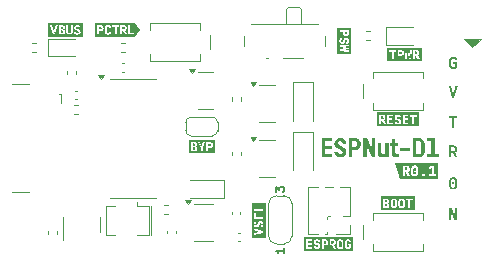
<source format=gbr>
%TF.GenerationSoftware,KiCad,Pcbnew,9.0.1*%
%TF.CreationDate,2025-04-09T10:04:16+05:30*%
%TF.ProjectId,ESPNut-D1,4553504e-7574-42d4-9431-2e6b69636164,0.1*%
%TF.SameCoordinates,Original*%
%TF.FileFunction,Legend,Top*%
%TF.FilePolarity,Positive*%
%FSLAX46Y46*%
G04 Gerber Fmt 4.6, Leading zero omitted, Abs format (unit mm)*
G04 Created by KiCad (PCBNEW 9.0.1) date 2025-04-09 10:04:16*
%MOMM*%
%LPD*%
G01*
G04 APERTURE LIST*
%ADD10C,0.100000*%
%ADD11C,0.300000*%
%ADD12C,0.160000*%
%ADD13C,0.150000*%
%ADD14C,0.120000*%
%ADD15C,0.000000*%
G04 APERTURE END LIST*
D10*
X42255000Y17700000D02*
X41555000Y18400000D01*
X42955000Y18400000D01*
X42255000Y17700000D01*
G36*
X42255000Y17700000D02*
G01*
X41555000Y18400000D01*
X42955000Y18400000D01*
X42255000Y17700000D01*
G37*
D11*
G36*
X29808898Y9752831D02*
G01*
X30368898Y9752831D01*
X30368898Y10043968D01*
X29520007Y10043968D01*
X29520007Y8383508D01*
X30368898Y8383508D01*
X30368898Y8674645D01*
X29808898Y8674645D01*
X29808898Y9069928D01*
X30368898Y9069928D01*
X30368898Y9358916D01*
X29808898Y9358916D01*
X29808898Y9752831D01*
G37*
G36*
X31064208Y8674645D02*
G01*
X31104477Y8677698D01*
X31141258Y8686562D01*
X31173679Y8700631D01*
X31201569Y8719535D01*
X31223775Y8742096D01*
X31240687Y8768415D01*
X31251527Y8797056D01*
X31256493Y8828490D01*
X31256769Y8838190D01*
X31244939Y8890874D01*
X31209476Y8938738D01*
X31142762Y8988196D01*
X30991973Y9063237D01*
X30826706Y9145057D01*
X30776625Y9176797D01*
X30728683Y9215199D01*
X30687453Y9256624D01*
X30650527Y9303541D01*
X30621713Y9350826D01*
X30598318Y9402468D01*
X30582369Y9453661D01*
X30572428Y9508395D01*
X30569177Y9563885D01*
X30581233Y9672348D01*
X30616552Y9772731D01*
X30673826Y9862438D01*
X30751177Y9938018D01*
X30845582Y9995563D01*
X30897808Y10016390D01*
X30952811Y10031494D01*
X31064208Y10043285D01*
X31173640Y10031217D01*
X31277367Y9995512D01*
X31371524Y9937354D01*
X31451385Y9859107D01*
X31484390Y9813695D01*
X31512220Y9764645D01*
X31534195Y9713127D01*
X31550363Y9658851D01*
X31560169Y9603624D01*
X31563726Y9546500D01*
X31563734Y9543759D01*
X31274746Y9543759D01*
X31258533Y9616315D01*
X31219915Y9679795D01*
X31193468Y9705564D01*
X31163026Y9726333D01*
X31130206Y9741045D01*
X31094632Y9749783D01*
X31064208Y9752049D01*
X31019651Y9748923D01*
X30979937Y9739544D01*
X30948698Y9725691D01*
X30922312Y9706732D01*
X30902621Y9684683D01*
X30887771Y9658277D01*
X30873988Y9593706D01*
X30873796Y9584108D01*
X30885611Y9534254D01*
X30921863Y9486680D01*
X30991505Y9435161D01*
X31140383Y9358415D01*
X31254522Y9301861D01*
X31326451Y9258065D01*
X31395637Y9205393D01*
X31441681Y9161175D01*
X31482583Y9111419D01*
X31511789Y9065144D01*
X31535365Y9014491D01*
X31550973Y8965130D01*
X31560646Y8911909D01*
X31563734Y8858316D01*
X31551666Y8751510D01*
X31516248Y8652316D01*
X31458687Y8563404D01*
X31380783Y8488314D01*
X31335004Y8457161D01*
X31285506Y8431045D01*
X31232716Y8410300D01*
X31177038Y8395247D01*
X31064208Y8383508D01*
X30956323Y8395570D01*
X30853521Y8431348D01*
X30759812Y8489752D01*
X30680175Y8568392D01*
X30647291Y8613990D01*
X30619604Y8663210D01*
X30597837Y8714783D01*
X30581912Y8769067D01*
X30572422Y8823969D01*
X30569177Y8880689D01*
X30858067Y8880689D01*
X30872779Y8810055D01*
X30910161Y8747302D01*
X30936223Y8721497D01*
X30966306Y8700639D01*
X30998835Y8685790D01*
X31034064Y8676949D01*
X31064208Y8674645D01*
G37*
G36*
X32298107Y10043958D02*
G01*
X32355197Y10040340D01*
X32410387Y10030476D01*
X32464601Y10014260D01*
X32516057Y9992241D01*
X32565031Y9964376D01*
X32610372Y9931334D01*
X32688494Y9851386D01*
X32746578Y9757071D01*
X32782260Y9653057D01*
X32794327Y9543173D01*
X32794327Y9480061D01*
X32794325Y9478779D01*
X32790922Y9422171D01*
X32781249Y9367373D01*
X32765175Y9313389D01*
X32743261Y9262092D01*
X32715443Y9213173D01*
X32682414Y9167842D01*
X32602418Y9089655D01*
X32508096Y9031511D01*
X32404257Y8995819D01*
X32294801Y8983759D01*
X32088660Y8983759D01*
X32088660Y8383508D01*
X31797523Y8383508D01*
X31797523Y9272650D01*
X32088660Y9272650D01*
X32294801Y9272650D01*
X32331725Y9276657D01*
X32367726Y9287226D01*
X32400869Y9303655D01*
X32430711Y9325451D01*
X32456313Y9351813D01*
X32491276Y9413104D01*
X32503092Y9480061D01*
X32503092Y9543173D01*
X32498843Y9582639D01*
X32488357Y9618751D01*
X32472195Y9651786D01*
X32425054Y9706387D01*
X32363894Y9740973D01*
X32294801Y9752831D01*
X32088660Y9752831D01*
X32088660Y9272650D01*
X31797523Y9272650D01*
X31797523Y10043968D01*
X32294801Y10043968D01*
X32298107Y10043958D01*
G37*
G36*
X34000398Y10040451D02*
G01*
X33711410Y10040451D01*
X33711410Y9060940D01*
X33296979Y10040451D01*
X33005841Y10040451D01*
X33005841Y8383508D01*
X33294732Y8383508D01*
X33294732Y9362824D01*
X33709163Y8383508D01*
X34000398Y8383508D01*
X34000398Y10040451D01*
G37*
G36*
X35148632Y9637841D02*
G01*
X34859644Y9637841D01*
X34859644Y8809077D01*
X34848057Y8755635D01*
X34813820Y8708107D01*
X34759941Y8674239D01*
X34702938Y8663410D01*
X34642102Y8675115D01*
X34590741Y8708804D01*
X34571397Y8732403D01*
X34557455Y8759508D01*
X34548284Y8809077D01*
X34548284Y9637841D01*
X34257146Y9637841D01*
X34257146Y8809077D01*
X34259222Y8752850D01*
X34267189Y8699824D01*
X34299808Y8602745D01*
X34352790Y8519849D01*
X34423535Y8453908D01*
X34508439Y8408174D01*
X34554673Y8393858D01*
X34602701Y8385595D01*
X34642366Y8383508D01*
X34686040Y8386609D01*
X34728392Y8395809D01*
X34807890Y8432130D01*
X34859644Y8473096D01*
X34859644Y8383508D01*
X35148632Y8383508D01*
X35148632Y9637841D01*
G37*
G36*
X36009540Y8674645D02*
G01*
X35863971Y8674645D01*
X35808381Y8686350D01*
X35758860Y8720968D01*
X35739913Y8745416D01*
X35726373Y8773508D01*
X35718305Y8820312D01*
X35718305Y9378162D01*
X35966944Y9378162D01*
X35966944Y9640284D01*
X35718305Y9640284D01*
X35718305Y9962782D01*
X35427167Y9962782D01*
X35427167Y9640284D01*
X35303971Y9640284D01*
X35303971Y9378162D01*
X35427167Y9378162D01*
X35427167Y8757590D01*
X35430255Y8700679D01*
X35439365Y8648129D01*
X35453706Y8601492D01*
X35473267Y8559121D01*
X35497346Y8521757D01*
X35526056Y8488671D01*
X35596798Y8435538D01*
X35686139Y8399976D01*
X35795337Y8384049D01*
X35821375Y8383508D01*
X36009540Y8383508D01*
X36009540Y8674645D01*
G37*
G36*
X36154815Y9197618D02*
G01*
X36154815Y8908728D01*
X36956713Y8908728D01*
X36956713Y9197618D01*
X36154815Y9197618D01*
G37*
G36*
X37711668Y10043961D02*
G01*
X37768790Y10040399D01*
X37824013Y10030588D01*
X37878284Y10014416D01*
X37929798Y9992438D01*
X37978842Y9964606D01*
X38024248Y9931598D01*
X38102486Y9851730D01*
X38160639Y9757561D01*
X38196342Y9653812D01*
X38208409Y9544345D01*
X38208409Y8880884D01*
X38208406Y8879119D01*
X38204952Y8822334D01*
X38195234Y8767389D01*
X38179130Y8713307D01*
X38157198Y8661937D01*
X38129378Y8612975D01*
X38096359Y8567619D01*
X38016411Y8489414D01*
X37922145Y8431267D01*
X37818339Y8395570D01*
X37708884Y8383508D01*
X37213852Y8383508D01*
X37213852Y8674645D01*
X37504990Y8674645D01*
X37708884Y8674645D01*
X37747804Y8678943D01*
X37784072Y8689652D01*
X37817511Y8706156D01*
X37872861Y8753789D01*
X37907622Y8814191D01*
X37919421Y8880884D01*
X37919421Y9544345D01*
X37915197Y9583052D01*
X37904629Y9618880D01*
X37888321Y9651682D01*
X37866684Y9681114D01*
X37840460Y9706295D01*
X37778411Y9740976D01*
X37708884Y9752831D01*
X37504990Y9752831D01*
X37504990Y8674645D01*
X37213852Y8674645D01*
X37213852Y10043968D01*
X37708884Y10043968D01*
X37711668Y10043961D01*
G37*
G36*
X38419826Y8383508D02*
G01*
X39414383Y8383508D01*
X39414383Y8674645D01*
X39062673Y8674645D01*
X39062673Y10043968D01*
X38419826Y10043968D01*
X38419826Y9752831D01*
X38771535Y9752831D01*
X38771535Y8674645D01*
X38419826Y8674645D01*
X38419826Y8383508D01*
G37*
D12*
G36*
X40301421Y3085000D02*
G01*
X40301421Y4106974D01*
X40514462Y4106974D01*
X40798822Y3281128D01*
X40790457Y3386885D01*
X40782824Y3511082D01*
X40779893Y3623129D01*
X40779893Y4106974D01*
X40938590Y4106974D01*
X40938590Y3085000D01*
X40725549Y3085000D01*
X40443387Y3910847D01*
X40450593Y3813455D01*
X40457187Y3695852D01*
X40460118Y3585271D01*
X40460118Y3085000D01*
X40301421Y3085000D01*
G37*
G36*
X40532414Y10885000D02*
G01*
X40532414Y11745285D01*
X40264724Y11745285D01*
X40264724Y11907584D01*
X40975287Y11907584D01*
X40975287Y11745285D01*
X40707536Y11745285D01*
X40707536Y10885000D01*
X40532414Y10885000D01*
G37*
G36*
X40626020Y15871018D02*
G01*
X40561170Y15875403D01*
X40504325Y15887937D01*
X40454256Y15908020D01*
X40408731Y15936458D01*
X40371115Y15971363D01*
X40340622Y16013228D01*
X40318596Y16060175D01*
X40304994Y16113090D01*
X40300261Y16173207D01*
X40300261Y16618828D01*
X40305030Y16679843D01*
X40318665Y16732920D01*
X40340622Y16779418D01*
X40371073Y16820863D01*
X40408683Y16855555D01*
X40454256Y16883954D01*
X40504328Y16904071D01*
X40561174Y16916626D01*
X40626020Y16921018D01*
X40690850Y16916580D01*
X40747433Y16903914D01*
X40797051Y16883648D01*
X40842195Y16855143D01*
X40879466Y16820430D01*
X40909647Y16779051D01*
X40931466Y16732687D01*
X40945021Y16679732D01*
X40949764Y16618828D01*
X40774642Y16618828D01*
X40769810Y16665293D01*
X40756509Y16701268D01*
X40735502Y16729165D01*
X40707211Y16749755D01*
X40671273Y16762751D01*
X40625471Y16767450D01*
X40579609Y16762774D01*
X40543470Y16749823D01*
X40514890Y16729287D01*
X40493661Y16701441D01*
X40480250Y16665602D01*
X40475383Y16619378D01*
X40475383Y16173207D01*
X40480216Y16127339D01*
X40493603Y16091347D01*
X40514890Y16062992D01*
X40543537Y16041961D01*
X40579677Y16028740D01*
X40625471Y16023975D01*
X40671209Y16028756D01*
X40707149Y16042002D01*
X40735502Y16063054D01*
X40756575Y16091456D01*
X40769847Y16127529D01*
X40774642Y16173512D01*
X40774642Y16277071D01*
X40600191Y16277071D01*
X40600191Y16428746D01*
X40949764Y16428746D01*
X40949764Y16173207D01*
X40945059Y16113243D01*
X40931537Y16060469D01*
X40909647Y16013655D01*
X40879426Y15971852D01*
X40842149Y15936906D01*
X40797051Y15908326D01*
X40747436Y15888094D01*
X40690853Y15875449D01*
X40626020Y15871018D01*
G37*
G36*
X40697370Y9402521D02*
G01*
X40755868Y9389810D01*
X40807248Y9369482D01*
X40854090Y9340712D01*
X40892680Y9305606D01*
X40923874Y9263725D01*
X40946548Y9216625D01*
X40960532Y9163538D01*
X40965396Y9103197D01*
X40959548Y9037284D01*
X40942581Y8978451D01*
X40914715Y8925327D01*
X40876855Y8879082D01*
X40831442Y8843108D01*
X40777451Y8816639D01*
X40979378Y8385000D01*
X40784289Y8385000D01*
X40606297Y8791176D01*
X40481001Y8791176D01*
X40481001Y8385000D01*
X40306673Y8385000D01*
X40306673Y8944683D01*
X40481001Y8944683D01*
X40630478Y8944683D01*
X40677815Y8949658D01*
X40715688Y8963545D01*
X40746188Y8985777D01*
X40769221Y9015600D01*
X40783445Y9052175D01*
X40788503Y9097457D01*
X40783406Y9144192D01*
X40769142Y9181619D01*
X40746188Y9211824D01*
X40715646Y9234376D01*
X40677773Y9248436D01*
X40630478Y9253467D01*
X40481001Y9253467D01*
X40481001Y8944683D01*
X40306673Y8944683D01*
X40306673Y9406974D01*
X40630478Y9406974D01*
X40697370Y9402521D01*
G37*
G36*
X40658420Y6285797D02*
G01*
X40687020Y6267092D01*
X40705645Y6238494D01*
X40712177Y6200597D01*
X40705589Y6161161D01*
X40686898Y6131476D01*
X40658190Y6112006D01*
X40620280Y6105220D01*
X40582350Y6111963D01*
X40553358Y6131354D01*
X40534492Y6160991D01*
X40527834Y6200597D01*
X40534436Y6238663D01*
X40553236Y6267214D01*
X40582078Y6285835D01*
X40620280Y6292371D01*
X40658420Y6285797D01*
G37*
G36*
X40685835Y6716497D02*
G01*
X40742866Y6703644D01*
X40792411Y6683160D01*
X40837308Y6654300D01*
X40874429Y6619016D01*
X40904518Y6576792D01*
X40926261Y6529634D01*
X40939708Y6476413D01*
X40944391Y6415897D01*
X40944391Y5976077D01*
X40939717Y5915847D01*
X40926279Y5862718D01*
X40904518Y5815487D01*
X40874414Y5773237D01*
X40837197Y5737889D01*
X40792105Y5708936D01*
X40742372Y5688375D01*
X40685575Y5675523D01*
X40620403Y5671018D01*
X40555229Y5675516D01*
X40498280Y5688362D01*
X40448272Y5708936D01*
X40402944Y5737909D01*
X40365591Y5773260D01*
X40335432Y5815487D01*
X40313706Y5862715D01*
X40300287Y5915844D01*
X40295621Y5976077D01*
X40295621Y6415897D01*
X40460851Y6415897D01*
X40460851Y5976077D01*
X40465965Y5931376D01*
X40480460Y5894690D01*
X40504143Y5864214D01*
X40535338Y5841387D01*
X40573442Y5827238D01*
X40620403Y5822204D01*
X40667353Y5827247D01*
X40705301Y5841403D01*
X40736235Y5864214D01*
X40759701Y5894663D01*
X40774083Y5931349D01*
X40779160Y5976077D01*
X40779160Y6415897D01*
X40774080Y6460665D01*
X40759696Y6497347D01*
X40736235Y6527760D01*
X40705293Y6550552D01*
X40667214Y6564717D01*
X40619975Y6569770D01*
X40572776Y6564720D01*
X40534694Y6550557D01*
X40503715Y6527760D01*
X40480290Y6497352D01*
X40465925Y6460669D01*
X40460851Y6415897D01*
X40295621Y6415897D01*
X40300297Y6476416D01*
X40313724Y6529637D01*
X40335432Y6576792D01*
X40365553Y6618975D01*
X40402865Y6654264D01*
X40448150Y6683160D01*
X40498113Y6703707D01*
X40554944Y6716530D01*
X40619914Y6721018D01*
X40685835Y6716497D01*
G37*
G36*
X40507013Y13385000D02*
G01*
X40249520Y14406974D01*
X40430504Y14406974D01*
X40585293Y13741229D01*
X40608251Y13635227D01*
X40625226Y13544430D01*
X40640675Y13635227D01*
X40662229Y13742084D01*
X40813965Y14406974D01*
X40990491Y14406974D01*
X40734036Y13385000D01*
X40507013Y13385000D01*
G37*
D13*
X26301033Y700001D02*
X26301033Y300001D01*
X26301033Y500001D02*
X25601033Y500001D01*
X25601033Y500001D02*
X25701033Y433334D01*
X25701033Y433334D02*
X25767700Y366667D01*
X25767700Y366667D02*
X25801033Y300001D01*
X25601033Y5466667D02*
X25601033Y5900001D01*
X25601033Y5900001D02*
X25867700Y5666667D01*
X25867700Y5666667D02*
X25867700Y5766667D01*
X25867700Y5766667D02*
X25901033Y5833334D01*
X25901033Y5833334D02*
X25934366Y5866667D01*
X25934366Y5866667D02*
X26001033Y5900001D01*
X26001033Y5900001D02*
X26167700Y5900001D01*
X26167700Y5900001D02*
X26234366Y5866667D01*
X26234366Y5866667D02*
X26267700Y5833334D01*
X26267700Y5833334D02*
X26301033Y5766667D01*
X26301033Y5766667D02*
X26301033Y5566667D01*
X26301033Y5566667D02*
X26267700Y5500001D01*
X26267700Y5500001D02*
X26234366Y5466667D01*
D14*
X33251359Y19105000D02*
X33558641Y19105000D01*
X33251359Y18345000D02*
X33558641Y18345000D01*
X17975000Y10655000D02*
X17975000Y11355000D01*
X18425000Y11805000D02*
X20225000Y11805000D01*
X20225000Y10205000D02*
X18425000Y10205000D01*
X20675000Y11355000D02*
X20675000Y10655000D01*
X17975000Y11355000D02*
G75*
G02*
X18425000Y11805000I450000J0D01*
G01*
X18425000Y10205000D02*
G75*
G02*
X17975000Y10655000I0J450000D01*
G01*
X20225000Y11805000D02*
G75*
G02*
X20675000Y11355000I0J-450000D01*
G01*
X20675000Y10655000D02*
G75*
G02*
X20225000Y10205000I-450000J0D01*
G01*
X27025000Y10540000D02*
X27025000Y7280000D01*
X28725000Y10540000D02*
X27025000Y10540000D01*
X28725000Y10540000D02*
X28725000Y7280000D01*
D15*
G36*
X31652055Y18921781D02*
G01*
X31644795Y18874521D01*
X31623014Y18837945D01*
X31545753Y18806712D01*
X31468493Y18837945D01*
X31446712Y18874521D01*
X31439452Y18921781D01*
X31439452Y19030274D01*
X31652055Y19030274D01*
X31652055Y18921781D01*
G37*
G36*
X31993607Y19194658D02*
G01*
X31993607Y17305342D01*
X31993607Y17122694D01*
X30806393Y17122694D01*
X30806393Y17305342D01*
X30806393Y17694384D01*
X31000000Y17694384D01*
X31531507Y17635205D01*
X31580274Y17630822D01*
X31643288Y17626438D01*
X31701370Y17623151D01*
X31643288Y17618767D01*
X31580274Y17614384D01*
X31531507Y17610000D01*
X31000000Y17556301D01*
X31000000Y17385342D01*
X31800000Y17305342D01*
X31800000Y17441233D01*
X31265205Y17478493D01*
X31221918Y17480685D01*
X31163836Y17482877D01*
X31109589Y17485068D01*
X31163836Y17491096D01*
X31221918Y17497671D01*
X31265205Y17502603D01*
X31800000Y17559589D01*
X31800000Y17684521D01*
X31265205Y17743699D01*
X31221918Y17748082D01*
X31163836Y17754110D01*
X31109589Y17759041D01*
X31163836Y17760685D01*
X31221918Y17763425D01*
X31265205Y17765616D01*
X31800000Y17806164D01*
X31800000Y17940959D01*
X31000000Y17866438D01*
X31000000Y17694384D01*
X30806393Y17694384D01*
X30806393Y17866438D01*
X30806393Y18280685D01*
X30989041Y18280685D01*
X30996438Y18201918D01*
X31018630Y18134384D01*
X31054247Y18079315D01*
X31101918Y18037945D01*
X31159726Y18012055D01*
X31225753Y18003425D01*
X31314658Y18017123D01*
X31386301Y18058219D01*
X31423988Y18100472D01*
X31453029Y18154170D01*
X31473425Y18219315D01*
X31493151Y18304795D01*
X31526575Y18362329D01*
X31586301Y18382603D01*
X31647123Y18357397D01*
X31668493Y18285068D01*
X31646575Y18207808D01*
X31586301Y18180959D01*
X31586301Y18016575D01*
X31650289Y18024551D01*
X31704901Y18048478D01*
X31750137Y18088356D01*
X31783927Y18141872D01*
X31804201Y18206712D01*
X31810959Y18282877D01*
X31803836Y18358493D01*
X31782466Y18423151D01*
X31748082Y18475616D01*
X31701918Y18514658D01*
X31645342Y18538904D01*
X31579726Y18546986D01*
X31492740Y18532877D01*
X31420274Y18490548D01*
X31381370Y18447869D01*
X31351598Y18395084D01*
X31330959Y18332192D01*
X31312329Y18251096D01*
X31278356Y18189726D01*
X31218082Y18167808D01*
X31154521Y18196849D01*
X31131507Y18277397D01*
X31137397Y18325479D01*
X31155068Y18362329D01*
X31219178Y18393562D01*
X31219178Y18557945D01*
X31153699Y18549452D01*
X31097534Y18523973D01*
X31051781Y18482877D01*
X31017534Y18427534D01*
X30996164Y18359589D01*
X30989041Y18280685D01*
X30806393Y18280685D01*
X30806393Y19030274D01*
X31000000Y19030274D01*
X31291507Y19030274D01*
X31291507Y18921781D01*
X31299452Y18842877D01*
X31323288Y18774932D01*
X31361507Y18719315D01*
X31412603Y18677397D01*
X31474658Y18651096D01*
X31545753Y18642329D01*
X31617534Y18650959D01*
X31679452Y18676849D01*
X31730137Y18718493D01*
X31768219Y18774384D01*
X31792055Y18842740D01*
X31800000Y18921781D01*
X31800000Y19194658D01*
X31000000Y19194658D01*
X31000000Y19030274D01*
X30806393Y19030274D01*
X30806393Y19194658D01*
X30806393Y19377306D01*
X31993607Y19377306D01*
X31993607Y19194658D01*
G37*
G36*
X36680051Y7531712D02*
G01*
X36720890Y7507671D01*
X36746318Y7469144D01*
X36754795Y7417671D01*
X36720890Y7331370D01*
X36680051Y7308253D01*
X36625342Y7300548D01*
X36519315Y7300548D01*
X36519315Y7539726D01*
X36625342Y7539726D01*
X36680051Y7531712D01*
G37*
G36*
X37455685Y7522466D02*
G01*
X37488356Y7441096D01*
X37488356Y7058904D01*
X37455685Y6977534D01*
X37366301Y6947945D01*
X37365068Y6948345D01*
X37275068Y6977534D01*
X37241781Y7058904D01*
X37241781Y7253699D01*
X37278767Y7253699D01*
X37302808Y7189589D01*
X37365068Y7164932D01*
X37427945Y7189589D01*
X37451370Y7253699D01*
X37427945Y7316575D01*
X37365068Y7340000D01*
X37302808Y7316575D01*
X37278767Y7253699D01*
X37241781Y7253699D01*
X37241781Y7441096D01*
X37274452Y7522466D01*
X37365068Y7552055D01*
X37455685Y7522466D01*
G37*
G36*
X39370548Y6582192D02*
G01*
X39165068Y6582192D01*
X38573288Y6582192D01*
X38104795Y6582192D01*
X37366301Y6582192D01*
X36335616Y6582192D01*
X36130137Y6582192D01*
X36064795Y6800000D01*
X36335616Y6800000D01*
X36519315Y6800000D01*
X36519315Y7140274D01*
X36605616Y7140274D01*
X36751096Y6800000D01*
X36952055Y6800000D01*
X36781918Y7169863D01*
X36847106Y7210240D01*
X36897192Y7269726D01*
X36929092Y7343390D01*
X36939726Y7426301D01*
X36937891Y7441096D01*
X37069178Y7441096D01*
X37069178Y7058904D01*
X37078271Y6982620D01*
X37105548Y6916507D01*
X37149469Y6862260D01*
X37208493Y6821575D01*
X37281233Y6796147D01*
X37366301Y6787671D01*
X37450291Y6796147D01*
X37522260Y6821575D01*
X37580822Y6862260D01*
X37621108Y6912192D01*
X37980274Y6912192D01*
X37988750Y6861182D01*
X38014178Y6821575D01*
X38053784Y6796147D01*
X38104795Y6787671D01*
X38156575Y6796147D01*
X38196027Y6821575D01*
X38220993Y6861182D01*
X38229315Y6912192D01*
X38220993Y6963973D01*
X38196027Y7003425D01*
X38156575Y7028390D01*
X38104795Y7036712D01*
X38053784Y7028390D01*
X38014178Y7003425D01*
X37988750Y6963973D01*
X37980274Y6912192D01*
X37621108Y6912192D01*
X37624589Y6916507D01*
X37651866Y6982620D01*
X37660959Y7058904D01*
X37660959Y7441096D01*
X37651866Y7517380D01*
X37637560Y7552055D01*
X38570822Y7552055D01*
X38570822Y7360959D01*
X38800137Y7531096D01*
X38800137Y6960274D01*
X38573288Y6960274D01*
X38573288Y6800000D01*
X39165068Y6800000D01*
X39165068Y6960274D01*
X38985068Y6960274D01*
X38985068Y7700000D01*
X38781644Y7700000D01*
X38570822Y7552055D01*
X37637560Y7552055D01*
X37624589Y7583493D01*
X37580822Y7637740D01*
X37522260Y7678425D01*
X37449983Y7703853D01*
X37365068Y7712329D01*
X37280925Y7703853D01*
X37208493Y7678425D01*
X37149469Y7637740D01*
X37105548Y7583493D01*
X37078271Y7517380D01*
X37069178Y7441096D01*
X36937891Y7441096D01*
X36930017Y7504589D01*
X36900890Y7571781D01*
X36854195Y7626336D01*
X36791781Y7666712D01*
X36715034Y7691678D01*
X36625342Y7700000D01*
X36335616Y7700000D01*
X36335616Y6800000D01*
X36064795Y6800000D01*
X35729452Y7917808D01*
X36130137Y7917808D01*
X36335616Y7917808D01*
X39165068Y7917808D01*
X39370548Y7917808D01*
X39370548Y6582192D01*
G37*
D14*
X34970000Y19400000D02*
X34970000Y17930000D01*
X34970000Y17930000D02*
X37255000Y17930000D01*
X37255000Y19400000D02*
X34970000Y19400000D01*
X16458641Y4365000D02*
X16151359Y4365000D01*
X16458641Y3605000D02*
X16151359Y3605000D01*
D15*
G36*
X7557808Y19442740D02*
G01*
X7585205Y19373151D01*
X7557808Y19303562D01*
X7482192Y19277808D01*
X7385753Y19277808D01*
X7385753Y19467397D01*
X7482192Y19467397D01*
X7557808Y19442740D01*
G37*
G36*
X7535616Y19141233D02*
G01*
X7572055Y19119452D01*
X7595068Y19085068D01*
X7602740Y19040000D01*
X7595068Y18995068D01*
X7572055Y18961096D01*
X7535616Y18939726D01*
X7487671Y18932603D01*
X7385753Y18932603D01*
X7385753Y19148493D01*
X7487671Y19148493D01*
X7535616Y19141233D01*
G37*
G36*
X9258265Y18606393D02*
G01*
X9075616Y18606393D01*
X8798356Y18606393D01*
X8140822Y18606393D01*
X7226849Y18606393D01*
X6722740Y18606393D01*
X6524384Y18606393D01*
X6341735Y18606393D01*
X6341735Y19600000D01*
X6524384Y19600000D01*
X6722740Y18800000D01*
X6930959Y18800000D01*
X7226849Y18800000D01*
X7494247Y18800000D01*
X7572877Y18807123D01*
X7640000Y18828493D01*
X7694384Y18862877D01*
X7734795Y18909041D01*
X7759863Y18965616D01*
X7768219Y19031233D01*
X7767820Y19034521D01*
X7877808Y19034521D01*
X7885662Y18963896D01*
X7909224Y18903988D01*
X7948493Y18854795D01*
X8001279Y18818265D01*
X8065388Y18796347D01*
X8140822Y18789041D01*
X8216256Y18796408D01*
X8280365Y18818508D01*
X8333151Y18855342D01*
X8372420Y18904718D01*
X8395982Y18964444D01*
X8402116Y19019178D01*
X8521096Y19019178D01*
X8529589Y18953699D01*
X8555068Y18897534D01*
X8596164Y18851781D01*
X8651507Y18817534D01*
X8719452Y18796164D01*
X8798356Y18789041D01*
X8877123Y18796438D01*
X8944658Y18818630D01*
X8999726Y18854247D01*
X9041096Y18901918D01*
X9066986Y18959726D01*
X9075616Y19025753D01*
X9061918Y19114658D01*
X9020822Y19186301D01*
X8978569Y19223988D01*
X8924871Y19253029D01*
X8859726Y19273425D01*
X8774247Y19293151D01*
X8716712Y19326575D01*
X8696438Y19386301D01*
X8721644Y19447123D01*
X8793973Y19468493D01*
X8871233Y19446575D01*
X8898082Y19386301D01*
X9062466Y19386301D01*
X9054490Y19450289D01*
X9030563Y19504901D01*
X8990685Y19550137D01*
X8937169Y19583927D01*
X8872329Y19604201D01*
X8796164Y19610959D01*
X8720548Y19603836D01*
X8655890Y19582466D01*
X8603425Y19548082D01*
X8564384Y19501918D01*
X8540137Y19445342D01*
X8532055Y19379726D01*
X8546164Y19292740D01*
X8588493Y19220274D01*
X8631172Y19181370D01*
X8683957Y19151598D01*
X8746849Y19130959D01*
X8827945Y19112329D01*
X8889315Y19078356D01*
X8911233Y19018082D01*
X8882192Y18954521D01*
X8801644Y18931507D01*
X8753562Y18937397D01*
X8716712Y18955068D01*
X8685479Y19019178D01*
X8521096Y19019178D01*
X8402116Y19019178D01*
X8403836Y19034521D01*
X8403836Y19600000D01*
X8239452Y19600000D01*
X8239452Y19035616D01*
X8213151Y18958356D01*
X8140822Y18931507D01*
X8067945Y18958356D01*
X8042192Y19035616D01*
X8042192Y19600000D01*
X7877808Y19600000D01*
X7877808Y19034521D01*
X7767820Y19034521D01*
X7761370Y19087671D01*
X7740822Y19134247D01*
X7709178Y19170685D01*
X7669041Y19196712D01*
X7622329Y19212055D01*
X7570959Y19216438D01*
X7570959Y19219726D01*
X7617397Y19225205D01*
X7660274Y19241644D01*
X7697260Y19267945D01*
X7726027Y19303014D01*
X7744521Y19345753D01*
X7750685Y19395068D01*
X7742648Y19453577D01*
X7718539Y19503440D01*
X7678356Y19544658D01*
X7624658Y19575403D01*
X7560000Y19593851D01*
X7484384Y19600000D01*
X7226849Y19600000D01*
X7226849Y18800000D01*
X6930959Y18800000D01*
X7127123Y19600000D01*
X6961644Y19600000D01*
X6854247Y19095890D01*
X6842192Y19027945D01*
X6831233Y18958904D01*
X6818630Y19027945D01*
X6804932Y19094795D01*
X6694247Y19600000D01*
X6524384Y19600000D01*
X6341735Y19600000D01*
X6341735Y19793607D01*
X6524384Y19793607D01*
X9075616Y19793607D01*
X9258265Y19793607D01*
X9258265Y18606393D01*
G37*
D14*
X13525000Y15059000D02*
X11575000Y15059000D01*
X13525000Y15059000D02*
X15475000Y15059000D01*
X13525000Y4939000D02*
X11575000Y4939000D01*
X13525000Y4939000D02*
X15475000Y4939000D01*
X10825000Y15004000D02*
X10585000Y15340000D01*
X11065000Y15340000D01*
X10825000Y15004000D01*
G36*
X10825000Y15004000D02*
G01*
X10585000Y15340000D01*
X11065000Y15340000D01*
X10825000Y15004000D01*
G37*
X8858641Y12815000D02*
X8551359Y12815000D01*
X8858641Y12055000D02*
X8551359Y12055000D01*
X4981359Y18035000D02*
X5288641Y18035000D01*
X4981359Y17275000D02*
X5288641Y17275000D01*
D15*
G36*
X10793135Y19444795D02*
G01*
X10829711Y19423014D01*
X10860944Y19345753D01*
X10829711Y19268493D01*
X10793135Y19246712D01*
X10745875Y19239452D01*
X10637382Y19239452D01*
X10637382Y19452055D01*
X10745875Y19452055D01*
X10793135Y19444795D01*
G37*
G36*
X12750670Y19450411D02*
G01*
X12786971Y19429041D01*
X12809574Y19394795D01*
X12817108Y19349041D01*
X12786971Y19272329D01*
X12750670Y19251781D01*
X12702040Y19244932D01*
X12607793Y19244932D01*
X12607793Y19457534D01*
X12702040Y19457534D01*
X12750670Y19450411D01*
G37*
G36*
X14109650Y19200000D02*
G01*
X13713912Y18606393D01*
X13622588Y18606393D01*
X13134916Y18606393D01*
X12444505Y18606393D01*
X11962314Y18606393D01*
X11392451Y18606393D01*
X10472998Y18606393D01*
X10290350Y18606393D01*
X10290350Y18800000D01*
X10472998Y18800000D01*
X10637382Y18800000D01*
X10637382Y19091507D01*
X10745875Y19091507D01*
X10824779Y19099452D01*
X10892725Y19123288D01*
X10948341Y19161507D01*
X10990259Y19212603D01*
X11016560Y19274658D01*
X11025327Y19345753D01*
X11022428Y19369863D01*
X11123957Y19369863D01*
X11123957Y19030137D01*
X11132314Y18962329D01*
X11157382Y18903562D01*
X11197519Y18855342D01*
X11251081Y18819178D01*
X11316560Y18796575D01*
X11392451Y18789041D01*
X11467382Y18796575D01*
X11532177Y18819178D01*
X11585327Y18855342D01*
X11625327Y18903562D01*
X11650396Y18962329D01*
X11658752Y19030137D01*
X11494368Y19030137D01*
X11467519Y18957260D01*
X11391355Y18931507D01*
X11315190Y18957260D01*
X11288341Y19030137D01*
X11288341Y19369863D01*
X11315190Y19443288D01*
X11391355Y19468493D01*
X11467519Y19443288D01*
X11494368Y19369863D01*
X11658752Y19369863D01*
X11650396Y19438356D01*
X11646882Y19446575D01*
X11759574Y19446575D01*
X11962314Y19446575D01*
X11962314Y18800000D01*
X12126697Y18800000D01*
X12444505Y18800000D01*
X12607793Y18800000D01*
X12607793Y19102466D01*
X12684505Y19102466D01*
X12813820Y18800000D01*
X12992451Y18800000D01*
X13134916Y18800000D01*
X13622588Y18800000D01*
X13622588Y18953425D01*
X13299300Y18953425D01*
X13299300Y19600000D01*
X13134916Y19600000D01*
X13134916Y18800000D01*
X12992451Y18800000D01*
X12841218Y19128767D01*
X12899163Y19164658D01*
X12943683Y19217534D01*
X12972040Y19283014D01*
X12981492Y19356712D01*
X12972861Y19426301D01*
X12946971Y19486027D01*
X12905464Y19534521D01*
X12849985Y19570411D01*
X12781766Y19592603D01*
X12702040Y19600000D01*
X12444505Y19600000D01*
X12444505Y18800000D01*
X12126697Y18800000D01*
X12126697Y19446575D01*
X12329437Y19446575D01*
X12329437Y19600000D01*
X11759574Y19600000D01*
X11759574Y19446575D01*
X11646882Y19446575D01*
X11625327Y19496986D01*
X11585327Y19544795D01*
X11532177Y19580822D01*
X11467382Y19603425D01*
X11392451Y19610959D01*
X11316560Y19603425D01*
X11251081Y19580822D01*
X11197519Y19544795D01*
X11157382Y19496986D01*
X11132314Y19438356D01*
X11123957Y19369863D01*
X11022428Y19369863D01*
X11016697Y19417534D01*
X10990807Y19479452D01*
X10949163Y19530137D01*
X10893272Y19568219D01*
X10824916Y19592055D01*
X10745875Y19600000D01*
X10472998Y19600000D01*
X10472998Y18800000D01*
X10290350Y18800000D01*
X10290350Y19793607D01*
X10472998Y19793607D01*
X13622588Y19793607D01*
X13713912Y19793607D01*
X14109650Y19200000D01*
G37*
D14*
X22895000Y18645000D02*
X22895000Y17855000D01*
X24945000Y16805000D02*
X24745000Y16805000D01*
X26445000Y20945000D02*
X26445000Y19655000D01*
X26445000Y20945000D02*
X26645000Y21155000D01*
X27545000Y21155000D02*
X26645000Y21155000D01*
X27745000Y20945000D02*
X27545000Y21155000D01*
X27745000Y19655000D02*
X27745000Y20945000D01*
X27945000Y16805000D02*
X26245000Y16805000D01*
X29195000Y19655000D02*
X23495000Y19655000D01*
X29795000Y17855000D02*
X29795000Y18645000D01*
X12782836Y16365000D02*
X12567164Y16365000D01*
X12782836Y15645000D02*
X12567164Y15645000D01*
X11230000Y4240000D02*
X12030000Y4240000D01*
X11230000Y3840000D02*
X11230000Y4240000D01*
X11230000Y1840000D02*
X11230000Y3840000D01*
X12030000Y1840000D02*
X11230000Y1840000D01*
X13830000Y4240000D02*
X13830000Y4640000D01*
X13830000Y4240000D02*
X14830000Y4240000D01*
X14830000Y3840000D02*
X14830000Y4240000D01*
X14830000Y3840000D02*
X14830000Y1840000D01*
X14830000Y1840000D02*
X13830000Y1840000D01*
X15030000Y3840000D02*
X15030000Y4240000D01*
X15030000Y1840000D02*
X15030000Y3840000D01*
X21865000Y13508641D02*
X21865000Y13201359D01*
X22625000Y13508641D02*
X22625000Y13201359D01*
D15*
G36*
X36232192Y17344795D02*
G01*
X36268767Y17323014D01*
X36300000Y17245753D01*
X36268767Y17168493D01*
X36232192Y17146712D01*
X36184932Y17139452D01*
X36076438Y17139452D01*
X36076438Y17352055D01*
X36184932Y17352055D01*
X36232192Y17344795D01*
G37*
G36*
X37532192Y17350411D02*
G01*
X37568493Y17329041D01*
X37591096Y17294795D01*
X37598630Y17249041D01*
X37568493Y17172329D01*
X37532192Y17151781D01*
X37483562Y17144932D01*
X37389315Y17144932D01*
X37389315Y17357534D01*
X37483562Y17357534D01*
X37532192Y17350411D01*
G37*
G36*
X37956621Y16517352D02*
G01*
X37773973Y16517352D01*
X37226027Y16517352D01*
X36582740Y16517352D01*
X35912055Y16517352D01*
X35428767Y16517352D01*
X35226027Y16517352D01*
X35043379Y16517352D01*
X35043379Y17346575D01*
X35226027Y17346575D01*
X35428767Y17346575D01*
X35428767Y16700000D01*
X35593151Y16700000D01*
X35912055Y16700000D01*
X36076438Y16700000D01*
X36076438Y16991507D01*
X36184932Y16991507D01*
X36263836Y16999452D01*
X36331781Y17023288D01*
X36387397Y17061507D01*
X36429315Y17112603D01*
X36455616Y17174658D01*
X36464384Y17245753D01*
X36455753Y17317534D01*
X36429863Y17379452D01*
X36388219Y17430137D01*
X36332329Y17468219D01*
X36263973Y17492055D01*
X36184932Y17500000D01*
X36508219Y17500000D01*
X36582740Y16700000D01*
X36754795Y16700000D01*
X36813973Y17231507D01*
X36818356Y17280274D01*
X36822740Y17343288D01*
X36826027Y17401370D01*
X36830411Y17343288D01*
X36834795Y17280274D01*
X36839178Y17231507D01*
X36892877Y16700000D01*
X37063836Y16700000D01*
X37226027Y16700000D01*
X37389315Y16700000D01*
X37389315Y17002466D01*
X37466027Y17002466D01*
X37595342Y16700000D01*
X37773973Y16700000D01*
X37622740Y17028767D01*
X37680685Y17064658D01*
X37725205Y17117534D01*
X37753562Y17183014D01*
X37763014Y17256712D01*
X37754384Y17326301D01*
X37728493Y17386027D01*
X37686986Y17434521D01*
X37631507Y17470411D01*
X37563288Y17492603D01*
X37483562Y17500000D01*
X37226027Y17500000D01*
X37226027Y16700000D01*
X37063836Y16700000D01*
X37143836Y17500000D01*
X37007945Y17500000D01*
X36970685Y16965205D01*
X36968493Y16921918D01*
X36966301Y16863836D01*
X36964110Y16809589D01*
X36958082Y16863836D01*
X36951507Y16921918D01*
X36946575Y16965205D01*
X36889589Y17500000D01*
X36764658Y17500000D01*
X36705479Y16965205D01*
X36701096Y16921918D01*
X36695068Y16863836D01*
X36690137Y16809589D01*
X36688493Y16863836D01*
X36685753Y16921918D01*
X36683562Y16965205D01*
X36643014Y17500000D01*
X36508219Y17500000D01*
X36184932Y17500000D01*
X35912055Y17500000D01*
X35912055Y16700000D01*
X35593151Y16700000D01*
X35593151Y17346575D01*
X35795890Y17346575D01*
X35795890Y17500000D01*
X35226027Y17500000D01*
X35226027Y17346575D01*
X35043379Y17346575D01*
X35043379Y17682648D01*
X35226027Y17682648D01*
X37773973Y17682648D01*
X37956621Y17682648D01*
X37956621Y16517352D01*
G37*
D14*
X22367164Y2015000D02*
X22582836Y2015000D01*
X22367164Y1295000D02*
X22582836Y1295000D01*
X19670000Y15620000D02*
X19020000Y15620000D01*
X19670000Y15620000D02*
X20320000Y15620000D01*
X19670000Y12500000D02*
X19020000Y12500000D01*
X19670000Y12500000D02*
X20320000Y12500000D01*
X18507500Y15570000D02*
X18267500Y15906000D01*
X18747500Y15906000D01*
X18507500Y15570000D01*
G36*
X18507500Y15570000D02*
G01*
X18267500Y15906000D01*
X18747500Y15906000D01*
X18507500Y15570000D01*
G37*
X12521359Y18085000D02*
X12828641Y18085000D01*
X12521359Y17325000D02*
X12828641Y17325000D01*
X7905000Y15431359D02*
X7905000Y15738641D01*
X8665000Y15431359D02*
X8665000Y15738641D01*
X24875000Y9853000D02*
X24225000Y9853000D01*
X24875000Y9853000D02*
X25525000Y9853000D01*
X24875000Y6733000D02*
X24225000Y6733000D01*
X24875000Y6733000D02*
X25525000Y6733000D01*
X23712500Y9803000D02*
X23472500Y10139000D01*
X23952500Y10139000D01*
X23712500Y9803000D01*
G36*
X23712500Y9803000D02*
G01*
X23472500Y10139000D01*
X23952500Y10139000D01*
X23712500Y9803000D01*
G37*
X7615000Y3355000D02*
X7615000Y1355000D01*
X10735000Y2055000D02*
X10735000Y3355000D01*
X18335000Y4940000D02*
X21220000Y4940000D01*
X21220000Y6510000D02*
X18335000Y6510000D01*
X21220000Y4940000D02*
X21220000Y6510000D01*
D15*
G36*
X35016473Y4742740D02*
G01*
X35043870Y4673151D01*
X35016473Y4603562D01*
X34940856Y4577808D01*
X34844418Y4577808D01*
X34844418Y4767397D01*
X34940856Y4767397D01*
X35016473Y4742740D01*
G37*
G36*
X35674007Y4743288D02*
G01*
X35698116Y4669863D01*
X35698116Y4330137D01*
X35673459Y4257260D01*
X35599486Y4231507D01*
X35525514Y4257260D01*
X35500856Y4330137D01*
X35500856Y4669863D01*
X35524966Y4743288D01*
X35599486Y4768493D01*
X35674007Y4743288D01*
G37*
G36*
X36331541Y4743288D02*
G01*
X36355651Y4669863D01*
X36355651Y4330137D01*
X36330993Y4257260D01*
X36257021Y4231507D01*
X36183048Y4257260D01*
X36158390Y4330137D01*
X36158390Y4669863D01*
X36182500Y4743288D01*
X36257021Y4768493D01*
X36331541Y4743288D01*
G37*
G36*
X34994281Y4441233D02*
G01*
X35030719Y4419452D01*
X35053733Y4385068D01*
X35061404Y4340000D01*
X35053733Y4295068D01*
X35030719Y4261096D01*
X34994281Y4239726D01*
X34946336Y4232603D01*
X34844418Y4232603D01*
X34844418Y4448493D01*
X34946336Y4448493D01*
X34994281Y4441233D01*
G37*
G36*
X37382135Y3906393D02*
G01*
X37199486Y3906393D01*
X36832363Y3906393D01*
X36257021Y3906393D01*
X35599486Y3906393D01*
X34685514Y3906393D01*
X34502865Y3906393D01*
X34502865Y4100000D01*
X34685514Y4100000D01*
X34952911Y4100000D01*
X35031541Y4107123D01*
X35098664Y4128493D01*
X35153048Y4162877D01*
X35193459Y4209041D01*
X35218527Y4265616D01*
X35226884Y4331233D01*
X35220034Y4387671D01*
X35199486Y4434247D01*
X35167842Y4470685D01*
X35127705Y4496712D01*
X35080993Y4512055D01*
X35029623Y4516438D01*
X35029623Y4519726D01*
X35076062Y4525205D01*
X35118938Y4541644D01*
X35155925Y4567945D01*
X35184692Y4603014D01*
X35203185Y4645753D01*
X35206199Y4669863D01*
X35336473Y4669863D01*
X35336473Y4330137D01*
X35344555Y4262329D01*
X35368801Y4203562D01*
X35407842Y4155342D01*
X35460308Y4119178D01*
X35524692Y4096575D01*
X35599486Y4089041D01*
X35674966Y4096575D01*
X35739212Y4119178D01*
X35791267Y4155342D01*
X35830171Y4203562D01*
X35854418Y4262329D01*
X35862500Y4330137D01*
X35862500Y4669863D01*
X35994007Y4669863D01*
X35994007Y4330137D01*
X36002089Y4262329D01*
X36026336Y4203562D01*
X36065377Y4155342D01*
X36117842Y4119178D01*
X36182226Y4096575D01*
X36257021Y4089041D01*
X36332500Y4096575D01*
X36396747Y4119178D01*
X36448801Y4155342D01*
X36487705Y4203562D01*
X36511952Y4262329D01*
X36520034Y4330137D01*
X36520034Y4669863D01*
X36511952Y4737671D01*
X36508278Y4746575D01*
X36629623Y4746575D01*
X36832363Y4746575D01*
X36832363Y4100000D01*
X36996747Y4100000D01*
X36996747Y4746575D01*
X37199486Y4746575D01*
X37199486Y4900000D01*
X36629623Y4900000D01*
X36629623Y4746575D01*
X36508278Y4746575D01*
X36487705Y4796438D01*
X36448801Y4844658D01*
X36396747Y4880822D01*
X36332500Y4903425D01*
X36257021Y4910959D01*
X36182226Y4903425D01*
X36117842Y4880822D01*
X36065377Y4844658D01*
X36026336Y4796438D01*
X36002089Y4737671D01*
X35994007Y4669863D01*
X35862500Y4669863D01*
X35854418Y4737671D01*
X35830171Y4796438D01*
X35791267Y4844658D01*
X35739212Y4880822D01*
X35674966Y4903425D01*
X35599486Y4910959D01*
X35524692Y4903425D01*
X35460308Y4880822D01*
X35407842Y4844658D01*
X35368801Y4796438D01*
X35344555Y4737671D01*
X35336473Y4669863D01*
X35206199Y4669863D01*
X35209349Y4695068D01*
X35201313Y4753577D01*
X35177203Y4803440D01*
X35137021Y4844658D01*
X35083322Y4875403D01*
X35018664Y4893851D01*
X34943048Y4900000D01*
X34685514Y4900000D01*
X34685514Y4100000D01*
X34502865Y4100000D01*
X34502865Y5093607D01*
X34685514Y5093607D01*
X37199486Y5093607D01*
X37382135Y5093607D01*
X37382135Y3906393D01*
G37*
D14*
X33010000Y2670000D02*
X33010000Y1470000D01*
X33860000Y3670000D02*
X38060000Y3670000D01*
X33860000Y3120000D02*
X33860000Y3670000D01*
X33860000Y1020000D02*
X33860000Y470000D01*
X33860000Y470000D02*
X38060000Y470000D01*
X38060000Y3670000D02*
X38060000Y3120000D01*
X38060000Y470000D02*
X38060000Y1020000D01*
D15*
G36*
X18747260Y9542740D02*
G01*
X18774658Y9473151D01*
X18747260Y9403562D01*
X18671644Y9377808D01*
X18575205Y9377808D01*
X18575205Y9567397D01*
X18671644Y9567397D01*
X18747260Y9542740D01*
G37*
G36*
X20051507Y9544795D02*
G01*
X20088082Y9523014D01*
X20119315Y9445753D01*
X20088082Y9368493D01*
X20051507Y9346712D01*
X20004247Y9339452D01*
X19895753Y9339452D01*
X19895753Y9552055D01*
X20004247Y9552055D01*
X20051507Y9544795D01*
G37*
G36*
X18725068Y9241233D02*
G01*
X18761507Y9219452D01*
X18784521Y9185068D01*
X18792192Y9140000D01*
X18784521Y9095068D01*
X18761507Y9061096D01*
X18725068Y9039726D01*
X18677123Y9032603D01*
X18575205Y9032603D01*
X18575205Y9248493D01*
X18677123Y9248493D01*
X18725068Y9241233D01*
G37*
G36*
X20466347Y8717352D02*
G01*
X20283699Y8717352D01*
X19731370Y8717352D01*
X19248082Y8717352D01*
X18416301Y8717352D01*
X18233653Y8717352D01*
X18233653Y8900000D01*
X18416301Y8900000D01*
X18683699Y8900000D01*
X18762329Y8907123D01*
X18829452Y8928493D01*
X18883836Y8962877D01*
X18924247Y9009041D01*
X18949315Y9065616D01*
X18957671Y9131233D01*
X18950822Y9187671D01*
X18930274Y9234247D01*
X18898630Y9270685D01*
X18858493Y9296712D01*
X18811781Y9312055D01*
X18760411Y9316438D01*
X18760411Y9319726D01*
X18806849Y9325205D01*
X18849726Y9341644D01*
X18886712Y9367945D01*
X18915479Y9403014D01*
X18933973Y9445753D01*
X18940137Y9495068D01*
X18932100Y9553577D01*
X18907991Y9603440D01*
X18867808Y9644658D01*
X18814110Y9675403D01*
X18749452Y9693851D01*
X18673836Y9700000D01*
X19017945Y9700000D01*
X19248082Y9184932D01*
X19248082Y8900000D01*
X19412466Y8900000D01*
X19731370Y8900000D01*
X19895753Y8900000D01*
X19895753Y9191507D01*
X20004247Y9191507D01*
X20083151Y9199452D01*
X20151096Y9223288D01*
X20206712Y9261507D01*
X20248630Y9312603D01*
X20274932Y9374658D01*
X20283699Y9445753D01*
X20275068Y9517534D01*
X20249178Y9579452D01*
X20207534Y9630137D01*
X20151644Y9668219D01*
X20083288Y9692055D01*
X20004247Y9700000D01*
X19731370Y9700000D01*
X19731370Y8900000D01*
X19412466Y8900000D01*
X19412466Y9184932D01*
X19642603Y9700000D01*
X19471644Y9700000D01*
X19374110Y9458904D01*
X19349452Y9382192D01*
X19333562Y9316438D01*
X19317671Y9382192D01*
X19290822Y9458904D01*
X19190000Y9700000D01*
X19017945Y9700000D01*
X18673836Y9700000D01*
X18416301Y9700000D01*
X18416301Y8900000D01*
X18233653Y8900000D01*
X18233653Y9882648D01*
X18416301Y9882648D01*
X20283699Y9882648D01*
X20466347Y9882648D01*
X20466347Y8717352D01*
G37*
D14*
X16415000Y1967164D02*
X16415000Y2182836D01*
X17135000Y1967164D02*
X17135000Y2182836D01*
X3310000Y14580000D02*
X4720000Y14580000D01*
X3310000Y5420000D02*
X4720000Y5420000D01*
X7390000Y13760000D02*
X7240000Y13760000D01*
X7390000Y12960000D02*
X7390000Y13760000D01*
X28325000Y1940000D02*
X28325000Y5870000D01*
X29147470Y5870000D02*
X28325000Y5870000D01*
X29147470Y1940000D02*
X28325000Y1940000D01*
X29965000Y3341529D02*
X29965000Y3198471D01*
X29965000Y2071529D02*
X29965000Y1940000D01*
X29965000Y1940000D02*
X29762530Y1940000D01*
X30161529Y3395000D02*
X30018471Y3395000D01*
X30417470Y5870000D02*
X29762530Y5870000D01*
X31855000Y5870000D02*
X31032530Y5870000D01*
X31855000Y3395000D02*
X31288471Y3395000D01*
X31855000Y3395000D02*
X31855000Y5870000D01*
X31855000Y2635000D02*
X31855000Y1875000D01*
X31855000Y1875000D02*
X30725000Y1875000D01*
X14990000Y19750000D02*
X14990000Y19200000D01*
X14990000Y16550000D02*
X14990000Y17100000D01*
X19190000Y19750000D02*
X14990000Y19750000D01*
X19190000Y19200000D02*
X19190000Y19750000D01*
X19190000Y17100000D02*
X19190000Y16550000D01*
X19190000Y16550000D02*
X14990000Y16550000D01*
X20040000Y17550000D02*
X20040000Y18750000D01*
X24875000Y14484000D02*
X24225000Y14484000D01*
X24875000Y14484000D02*
X25525000Y14484000D01*
X24875000Y11364000D02*
X24225000Y11364000D01*
X24875000Y11364000D02*
X25525000Y11364000D01*
X23712500Y14434000D02*
X23472500Y14770000D01*
X23952500Y14770000D01*
X23712500Y14434000D01*
G36*
X23712500Y14434000D02*
G01*
X23472500Y14770000D01*
X23952500Y14770000D01*
X23712500Y14434000D01*
G37*
X33010000Y14640000D02*
X33010000Y13440000D01*
X33860000Y15640000D02*
X38060000Y15640000D01*
X33860000Y15090000D02*
X33860000Y15640000D01*
X33860000Y12990000D02*
X33860000Y12440000D01*
X33860000Y12440000D02*
X38060000Y12440000D01*
X38060000Y15640000D02*
X38060000Y15090000D01*
X38060000Y12440000D02*
X38060000Y12990000D01*
X6320000Y18440000D02*
X6320000Y16970000D01*
X6320000Y16970000D02*
X8605000Y16970000D01*
X8605000Y18440000D02*
X6320000Y18440000D01*
D15*
G36*
X24743607Y3156849D02*
G01*
X24743607Y2740411D01*
X24743607Y1979863D01*
X24743607Y1781507D01*
X24743607Y1598858D01*
X23556393Y1598858D01*
X23556393Y1781507D01*
X23556393Y2384247D01*
X23750000Y2384247D01*
X23750000Y2218767D01*
X24254110Y2111370D01*
X24322055Y2099315D01*
X24391096Y2088356D01*
X24322055Y2075753D01*
X24255205Y2062055D01*
X23750000Y1951370D01*
X23750000Y1781507D01*
X24550000Y1979863D01*
X24550000Y2188082D01*
X23750000Y2384247D01*
X23556393Y2384247D01*
X23556393Y2738219D01*
X23739041Y2738219D01*
X23746164Y2662603D01*
X23767534Y2597945D01*
X23801918Y2545479D01*
X23848082Y2506438D01*
X23904658Y2482192D01*
X23970274Y2474110D01*
X24057260Y2488219D01*
X24129726Y2530548D01*
X24168630Y2573227D01*
X24198402Y2626012D01*
X24219041Y2688904D01*
X24237671Y2770000D01*
X24271644Y2831370D01*
X24331918Y2853288D01*
X24395479Y2824247D01*
X24418493Y2743699D01*
X24412603Y2695616D01*
X24394932Y2658767D01*
X24330822Y2627534D01*
X24330822Y2463151D01*
X24396301Y2471644D01*
X24452466Y2497123D01*
X24498219Y2538219D01*
X24532466Y2593562D01*
X24553836Y2661507D01*
X24560959Y2740411D01*
X24553562Y2819178D01*
X24531370Y2886712D01*
X24495753Y2941781D01*
X24448082Y2983151D01*
X24390274Y3009041D01*
X24324247Y3017671D01*
X24235342Y3003973D01*
X24163699Y2962877D01*
X24126012Y2920624D01*
X24096971Y2866925D01*
X24076575Y2801781D01*
X24056849Y2716301D01*
X24023425Y2658767D01*
X23963699Y2638493D01*
X23902877Y2663699D01*
X23881507Y2736027D01*
X23903425Y2813288D01*
X23963699Y2840137D01*
X23963699Y3004521D01*
X23899711Y2996545D01*
X23845099Y2972618D01*
X23799863Y2932740D01*
X23766073Y2879224D01*
X23745799Y2814384D01*
X23739041Y2738219D01*
X23556393Y2738219D01*
X23556393Y3650000D01*
X23750000Y3650000D01*
X23750000Y3156849D01*
X24550000Y3156849D01*
X24550000Y3650000D01*
X24409726Y3650000D01*
X24409726Y3317945D01*
X24210274Y3317945D01*
X24210274Y3611644D01*
X24070000Y3611644D01*
X24070000Y3317945D01*
X23890274Y3317945D01*
X23890274Y3650000D01*
X23750000Y3650000D01*
X23556393Y3650000D01*
X23556393Y3995205D01*
X23750000Y3995205D01*
X23750000Y3830822D01*
X24550000Y3830822D01*
X24550000Y4318493D01*
X24396575Y4318493D01*
X24396575Y3995205D01*
X23750000Y3995205D01*
X23556393Y3995205D01*
X23556393Y4318493D01*
X23556393Y4501142D01*
X24743607Y4501142D01*
X24743607Y4318493D01*
X24743607Y3830822D01*
X24743607Y3156849D01*
G37*
D14*
X24985000Y1700000D02*
X24985000Y4500000D01*
X25685000Y5150000D02*
X26285000Y5150000D01*
X26285000Y1050000D02*
X25685000Y1050000D01*
X26985000Y4500000D02*
X26985000Y1700000D01*
X24985000Y4450000D02*
G75*
G02*
X25685000Y5150000I700000J0D01*
G01*
X25685000Y1050000D02*
G75*
G02*
X24985000Y1750000I-1J699999D01*
G01*
X26285000Y5150000D02*
G75*
G02*
X26985000Y4450000I0J-700000D01*
G01*
X26985000Y1750000D02*
G75*
G02*
X26285000Y1050000I-699999J-1D01*
G01*
D15*
G36*
X34662363Y11850411D02*
G01*
X34698664Y11829041D01*
X34721267Y11794795D01*
X34728801Y11749041D01*
X34698664Y11672329D01*
X34662363Y11651781D01*
X34613733Y11644932D01*
X34519486Y11644932D01*
X34519486Y11857534D01*
X34613733Y11857534D01*
X34662363Y11850411D01*
G37*
G36*
X37711450Y11006393D02*
G01*
X37528801Y11006393D01*
X37161678Y11006393D01*
X36345240Y11006393D01*
X35928801Y11006393D01*
X35030171Y11006393D01*
X34356199Y11006393D01*
X34173550Y11006393D01*
X34173550Y11200000D01*
X34356199Y11200000D01*
X34519486Y11200000D01*
X34519486Y11502466D01*
X34596199Y11502466D01*
X34725514Y11200000D01*
X34904144Y11200000D01*
X35030171Y11200000D01*
X35523322Y11200000D01*
X35523322Y11340274D01*
X35191267Y11340274D01*
X35191267Y11419178D01*
X35651541Y11419178D01*
X35660034Y11353699D01*
X35685514Y11297534D01*
X35726610Y11251781D01*
X35781952Y11217534D01*
X35849897Y11196164D01*
X35928801Y11189041D01*
X36007568Y11196438D01*
X36018408Y11200000D01*
X36345240Y11200000D01*
X36838390Y11200000D01*
X36838390Y11340274D01*
X36506336Y11340274D01*
X36506336Y11539726D01*
X36800034Y11539726D01*
X36800034Y11680000D01*
X36506336Y11680000D01*
X36506336Y11846575D01*
X36958938Y11846575D01*
X37161678Y11846575D01*
X37161678Y11200000D01*
X37326062Y11200000D01*
X37326062Y11846575D01*
X37528801Y11846575D01*
X37528801Y12000000D01*
X36958938Y12000000D01*
X36958938Y11846575D01*
X36506336Y11846575D01*
X36506336Y11859726D01*
X36838390Y11859726D01*
X36838390Y12000000D01*
X36345240Y12000000D01*
X36345240Y11200000D01*
X36018408Y11200000D01*
X36075103Y11218630D01*
X36130171Y11254247D01*
X36171541Y11301918D01*
X36197432Y11359726D01*
X36206062Y11425753D01*
X36192363Y11514658D01*
X36151267Y11586301D01*
X36109014Y11623988D01*
X36055316Y11653029D01*
X35990171Y11673425D01*
X35904692Y11693151D01*
X35847158Y11726575D01*
X35826884Y11786301D01*
X35852089Y11847123D01*
X35924418Y11868493D01*
X36001678Y11846575D01*
X36028527Y11786301D01*
X36192911Y11786301D01*
X36184935Y11850289D01*
X36161008Y11904901D01*
X36121130Y11950137D01*
X36067614Y11983927D01*
X36002774Y12004201D01*
X35926610Y12010959D01*
X35850993Y12003836D01*
X35786336Y11982466D01*
X35733870Y11948082D01*
X35694829Y11901918D01*
X35670582Y11845342D01*
X35662500Y11779726D01*
X35676610Y11692740D01*
X35718938Y11620274D01*
X35761617Y11581370D01*
X35814403Y11551598D01*
X35877295Y11530959D01*
X35958390Y11512329D01*
X36019760Y11478356D01*
X36041678Y11418082D01*
X36012637Y11354521D01*
X35932089Y11331507D01*
X35884007Y11337397D01*
X35847158Y11355068D01*
X35815925Y11419178D01*
X35651541Y11419178D01*
X35191267Y11419178D01*
X35191267Y11539726D01*
X35484966Y11539726D01*
X35484966Y11680000D01*
X35191267Y11680000D01*
X35191267Y11859726D01*
X35523322Y11859726D01*
X35523322Y12000000D01*
X35030171Y12000000D01*
X35030171Y11200000D01*
X34904144Y11200000D01*
X34752911Y11528767D01*
X34810856Y11564658D01*
X34855377Y11617534D01*
X34883733Y11683014D01*
X34893185Y11756712D01*
X34884555Y11826301D01*
X34858664Y11886027D01*
X34817158Y11934521D01*
X34761678Y11970411D01*
X34693459Y11992603D01*
X34613733Y12000000D01*
X34356199Y12000000D01*
X34356199Y11200000D01*
X34173550Y11200000D01*
X34173550Y12193607D01*
X34356199Y12193607D01*
X37528801Y12193607D01*
X37711450Y12193607D01*
X37711450Y11006393D01*
G37*
G36*
X29819589Y1294795D02*
G01*
X29856164Y1273014D01*
X29887397Y1195753D01*
X29856164Y1118493D01*
X29819589Y1096712D01*
X29772329Y1089452D01*
X29663836Y1089452D01*
X29663836Y1302055D01*
X29772329Y1302055D01*
X29819589Y1294795D01*
G37*
G36*
X30462055Y1300411D02*
G01*
X30498356Y1279041D01*
X30520959Y1244795D01*
X30528493Y1199041D01*
X30498356Y1122329D01*
X30462055Y1101781D01*
X30413425Y1094932D01*
X30319178Y1094932D01*
X30319178Y1307534D01*
X30413425Y1307534D01*
X30462055Y1300411D01*
G37*
G36*
X31145479Y1293288D02*
G01*
X31169589Y1219863D01*
X31169589Y880137D01*
X31144932Y807260D01*
X31070959Y781507D01*
X30996986Y807260D01*
X30972329Y880137D01*
X30972329Y1219863D01*
X30996438Y1293288D01*
X31070959Y1318493D01*
X31145479Y1293288D01*
G37*
G36*
X32182922Y456393D02*
G01*
X32000274Y456393D01*
X31733973Y456393D01*
X31070959Y456393D01*
X30155890Y456393D01*
X29499452Y456393D01*
X29098356Y456393D01*
X28199726Y456393D01*
X28017078Y456393D01*
X28017078Y650000D01*
X28199726Y650000D01*
X28692877Y650000D01*
X28692877Y790274D01*
X28360822Y790274D01*
X28360822Y869178D01*
X28821096Y869178D01*
X28829589Y803699D01*
X28855068Y747534D01*
X28896164Y701781D01*
X28951507Y667534D01*
X29019452Y646164D01*
X29098356Y639041D01*
X29177123Y646438D01*
X29187963Y650000D01*
X29499452Y650000D01*
X29663836Y650000D01*
X30155890Y650000D01*
X30319178Y650000D01*
X30319178Y952466D01*
X30395890Y952466D01*
X30525205Y650000D01*
X30703836Y650000D01*
X30552603Y978767D01*
X30610548Y1014658D01*
X30655068Y1067534D01*
X30683425Y1133014D01*
X30692877Y1206712D01*
X30691246Y1219863D01*
X30807945Y1219863D01*
X30807945Y880137D01*
X30816027Y812329D01*
X30840274Y753562D01*
X30879315Y705342D01*
X30931781Y669178D01*
X30996164Y646575D01*
X31070959Y639041D01*
X31146438Y646575D01*
X31210685Y669178D01*
X31262740Y705342D01*
X31301644Y753562D01*
X31325890Y812329D01*
X31333973Y880137D01*
X31333973Y1219863D01*
X31465479Y1219863D01*
X31465479Y880137D01*
X31473836Y812329D01*
X31498904Y753562D01*
X31539041Y705342D01*
X31592603Y669178D01*
X31658082Y646575D01*
X31733973Y639041D01*
X31808904Y646575D01*
X31873699Y669178D01*
X31926849Y705342D01*
X31966849Y753562D01*
X31991918Y812329D01*
X32000274Y880137D01*
X32000274Y1088356D01*
X31717534Y1088356D01*
X31717534Y949178D01*
X31835890Y949178D01*
X31835890Y880137D01*
X31809041Y807260D01*
X31732877Y781507D01*
X31656712Y807260D01*
X31629863Y880137D01*
X31629863Y1219863D01*
X31656712Y1293288D01*
X31732877Y1318493D01*
X31809041Y1293288D01*
X31835890Y1219863D01*
X32000274Y1219863D01*
X31991918Y1288356D01*
X31966849Y1346986D01*
X31926849Y1394795D01*
X31873699Y1430822D01*
X31808904Y1453425D01*
X31733973Y1460959D01*
X31658082Y1453425D01*
X31592603Y1430822D01*
X31539041Y1394795D01*
X31498904Y1346986D01*
X31473836Y1288356D01*
X31465479Y1219863D01*
X31333973Y1219863D01*
X31325890Y1287671D01*
X31301644Y1346438D01*
X31262740Y1394658D01*
X31210685Y1430822D01*
X31146438Y1453425D01*
X31070959Y1460959D01*
X30996164Y1453425D01*
X30931781Y1430822D01*
X30879315Y1394658D01*
X30840274Y1346438D01*
X30816027Y1287671D01*
X30807945Y1219863D01*
X30691246Y1219863D01*
X30684247Y1276301D01*
X30658356Y1336027D01*
X30616849Y1384521D01*
X30561370Y1420411D01*
X30493151Y1442603D01*
X30413425Y1450000D01*
X30155890Y1450000D01*
X30155890Y650000D01*
X29663836Y650000D01*
X29663836Y941507D01*
X29772329Y941507D01*
X29851233Y949452D01*
X29919178Y973288D01*
X29974795Y1011507D01*
X30016712Y1062603D01*
X30043014Y1124658D01*
X30051781Y1195753D01*
X30043151Y1267534D01*
X30017260Y1329452D01*
X29975616Y1380137D01*
X29919726Y1418219D01*
X29851370Y1442055D01*
X29772329Y1450000D01*
X29499452Y1450000D01*
X29499452Y650000D01*
X29187963Y650000D01*
X29244658Y668630D01*
X29299726Y704247D01*
X29341096Y751918D01*
X29366986Y809726D01*
X29375616Y875753D01*
X29361918Y964658D01*
X29320822Y1036301D01*
X29278569Y1073988D01*
X29224871Y1103029D01*
X29159726Y1123425D01*
X29074247Y1143151D01*
X29016712Y1176575D01*
X28996438Y1236301D01*
X29021644Y1297123D01*
X29093973Y1318493D01*
X29171233Y1296575D01*
X29198082Y1236301D01*
X29362466Y1236301D01*
X29354490Y1300289D01*
X29330563Y1354901D01*
X29290685Y1400137D01*
X29237169Y1433927D01*
X29172329Y1454201D01*
X29096164Y1460959D01*
X29020548Y1453836D01*
X28955890Y1432466D01*
X28903425Y1398082D01*
X28864384Y1351918D01*
X28840137Y1295342D01*
X28832055Y1229726D01*
X28846164Y1142740D01*
X28888493Y1070274D01*
X28931172Y1031370D01*
X28983957Y1001598D01*
X29046849Y980959D01*
X29127945Y962329D01*
X29189315Y928356D01*
X29211233Y868082D01*
X29182192Y804521D01*
X29101644Y781507D01*
X29053562Y787397D01*
X29016712Y805068D01*
X28985479Y869178D01*
X28821096Y869178D01*
X28360822Y869178D01*
X28360822Y989726D01*
X28654521Y989726D01*
X28654521Y1130000D01*
X28360822Y1130000D01*
X28360822Y1309726D01*
X28692877Y1309726D01*
X28692877Y1450000D01*
X28199726Y1450000D01*
X28199726Y650000D01*
X28017078Y650000D01*
X28017078Y1643607D01*
X28199726Y1643607D01*
X32000274Y1643607D01*
X32182922Y1643607D01*
X32182922Y456393D01*
G37*
D14*
X27075000Y14740000D02*
X27075000Y11480000D01*
X28775000Y14740000D02*
X27075000Y14740000D01*
X28775000Y14740000D02*
X28775000Y11480000D01*
X6345000Y2168641D02*
X6345000Y1861359D01*
X7105000Y2168641D02*
X7105000Y1861359D01*
X21865000Y8551359D02*
X21865000Y8858641D01*
X22625000Y8551359D02*
X22625000Y8858641D01*
X8812836Y14035000D02*
X8597164Y14035000D01*
X8812836Y13315000D02*
X8597164Y13315000D01*
X21885000Y3782836D02*
X21885000Y3567164D01*
X22605000Y3782836D02*
X22605000Y3567164D01*
X19485000Y4454000D02*
X18685000Y4454000D01*
X19485000Y4454000D02*
X20285000Y4454000D01*
X19485000Y1334000D02*
X18685000Y1334000D01*
X19485000Y1334000D02*
X20285000Y1334000D01*
X18185000Y4404000D02*
X17945000Y4740000D01*
X18425000Y4740000D01*
X18185000Y4404000D01*
G36*
X18185000Y4404000D02*
G01*
X17945000Y4740000D01*
X18425000Y4740000D01*
X18185000Y4404000D01*
G37*
M02*

</source>
